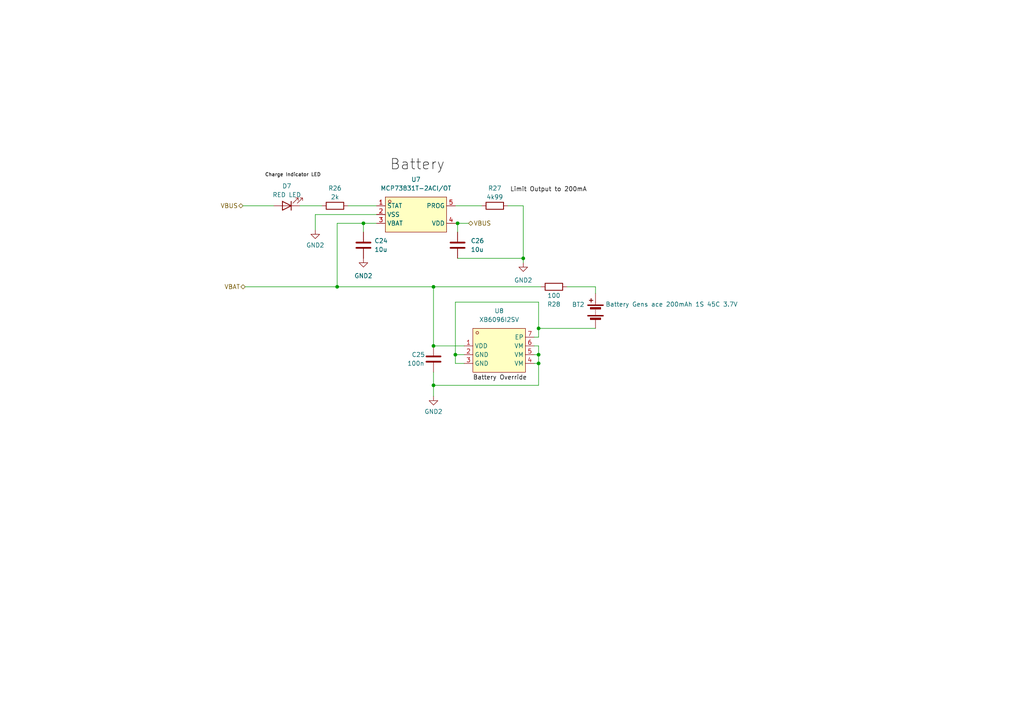
<source format=kicad_sch>
(kicad_sch (version 20231120) (generator "eeschema") (generator_version "8.0")
  (paper "A4")
  (title_block (title "BLEarrings V1") (date "2024-12-27") (rev "00.00") (company "DK"))
  (lib_symbols
    (symbol "Device:Battery" (pin_numbers hide) (pin_names (offset 0) hide)
      (property "Reference" "BT" (at 2.54 2.54 0))
      (property "Value" "Battery" (at 2.54 0 0))
      (symbol "Battery_0_1"
        (rectangle (start -2.286 -1.27) (end 2.286 -1.524) (fill (type outline)))
        (rectangle (start -2.286 1.778) (end 2.286 1.524) (fill (type outline)))
        (rectangle (start -1.524 -2.032) (end 1.524 -2.54) (fill (type outline)))
        (rectangle (start -1.524 1.016) (end 1.524 0.508) (fill (type outline)))
        (polyline (pts (xy 0 -1.016) (xy 0 -0.762)))
        (polyline (pts (xy 0 -0.508) (xy 0 -0.254)))
        (polyline (pts (xy 0 0) (xy 0 0.254)))
        (polyline (pts (xy 0 1.778) (xy 0 2.54)))
        (polyline (pts (xy 0.762 3.048) (xy 1.778 3.048)) (stroke (width 0.254)))
        (polyline (pts (xy 1.27 3.556) (xy 1.27 2.54)) (stroke (width 0.254)))
      )
      (symbol "Battery_1_1"
        (pin passive line (at 0 5.08 270) (length 2.54) (name "+") (number "1"))
        (pin passive line (at 0 -5.08 90) (length 2.54) (name "-") (number "2"))
      )
    )
    (symbol "Device:C" (pin_numbers hide) (pin_names (offset 0.254))
      (property "Reference" "C" (at 0.635 2.54 0))
      (property "Value" "C" (at 0.635 -2.54 0))
      (symbol "C_0_1"
        (polyline (pts (xy -2.032 -0.762) (xy 2.032 -0.762)) (stroke (width 0.508)))
        (polyline (pts (xy -2.032 0.762) (xy 2.032 0.762)) (stroke (width 0.508)))
      )
      (symbol "C_1_1"
        (pin passive line (at 0 3.81 270) (length 2.794) (name "~") (number "1"))
        (pin passive line (at 0 -3.81 90) (length 2.794) (name "~") (number "2"))
      )
    )
    (symbol "Device:LED" (pin_numbers hide) (pin_names (offset 1.016) hide)
      (property "Reference" "D" (at 0 2.54 0))
      (property "Value" "LED" (at 0 -2.54 0))
      (symbol "LED_0_1"
        (polyline (pts (xy -1.27 -1.27) (xy -1.27 1.27)) (stroke (width 0.254)))
        (polyline (pts (xy -1.27 0) (xy 1.27 0)))
        (polyline (pts (xy 1.27 -1.27) (xy 1.27 1.27) (xy -1.27 0) (xy 1.27 -1.27)) (stroke (width 0.254)))
        (polyline (pts (xy -3.048 -0.762) (xy -4.572 -2.286) (xy -3.81 -2.286) (xy -4.572 -2.286) (xy -4.572 -1.524)))
        (polyline (pts (xy -1.778 -0.762) (xy -3.302 -2.286) (xy -2.54 -2.286) (xy -3.302 -2.286) (xy -3.302 -1.524)))
      )
      (symbol "LED_1_1"
        (pin passive line (at -3.81 0 0) (length 2.54) (name "K") (number "1"))
        (pin passive line (at 3.81 0 180) (length 2.54) (name "A") (number "2"))
      )
    )
    (symbol "Device:R" (pin_numbers hide) (pin_names (offset 0))
      (property "Reference" "R" (at 2.032 0 90))
      (property "Value" "R" (at 0 0 90))
      (symbol "R_0_1"
        (rectangle (start -1.016 -2.54) (end 1.016 2.54) (stroke (width 0.254)))
      )
      (symbol "R_1_1"
        (pin passive line (at 0 3.81 270) (length 1.27) (name "~") (number "1"))
        (pin passive line (at 0 -3.81 90) (length 1.27) (name "~") (number "2"))
      )
    )
    (symbol "easyeda2kicad:MCP73831T-2ACI_OT"
      (property "Reference" "U" (at 0 7.62 0))
      (property "Value" "MCP73831T-2ACI/OT" (at 0 -7.62 0))
      (symbol "MCP73831T-2ACI_OT_0_1"
        (rectangle (start -8.89 5.08) (end 8.89 -5.08) (fill (type background)))
        (circle (center -7.62 3.81) (radius 0.38))
        (pin unspecified line (at -11.43 2.54 0) (length 2.54) (name "STAT") (number "1"))
        (pin unspecified line (at -11.43 0 0) (length 2.54) (name "VSS") (number "2"))
        (pin unspecified line (at -11.43 -2.54 0) (length 2.54) (name "VBAT") (number "3"))
        (pin unspecified line (at 11.43 -2.54 180) (length 2.54) (name "VDD") (number "4"))
        (pin unspecified line (at 11.43 2.54 180) (length 2.54) (name "PROG") (number "5"))
      )
    )
    (symbol "easyeda2kicad:XB6096I2SV"
      (property "Reference" "U" (at 0 10.16 0))
      (property "Value" "XB6096I2SV" (at 0 -7.62 0))
      (symbol "XB6096I2SV_0_1"
        (rectangle (start -7.62 7.62) (end 7.62 -5.08) (fill (type background)))
        (circle (center -6.35 6.35) (radius 0.38))
        (pin unspecified line (at -10.16 2.54 0) (length 2.54) (name "VDD") (number "1"))
        (pin unspecified line (at -10.16 0 0) (length 2.54) (name "GND") (number "2"))
        (pin unspecified line (at -10.16 -2.54 0) (length 2.54) (name "GND") (number "3"))
        (pin unspecified line (at 10.16 -2.54 180) (length 2.54) (name "VM") (number "4"))
        (pin unspecified line (at 10.16 0 180) (length 2.54) (name "VM") (number "5"))
        (pin unspecified line (at 10.16 2.54 180) (length 2.54) (name "VM") (number "6"))
        (pin unspecified line (at 10.16 5.08 180) (length 2.54) (name "EP") (number "7"))
      )
    )
    (symbol "power:GND2" (power) (pin_names (offset 0))
      (property "Value" "GND2" (at 0 -3.81 0))
      (symbol "GND2_0_1"
        (polyline (pts (xy 0 0) (xy 0 -1.27) (xy 1.27 -1.27) (xy 0 -2.54) (xy -1.27 -1.27) (xy 0 -1.27)))
      )
      (symbol "GND2_1_1"
        (pin power_in line (at 0 0 270) (length 0) hide (name "GND2") (number "1"))
      )
    )
  )
  (junction (at 125.73 111.76))
  (junction (at 125.73 83.185))
  (junction (at 132.715 64.77))
  (junction (at 132.08 102.87))
  (junction (at 125.73 100.33))
  (junction (at 151.765 74.93))
  (junction (at 156.21 102.87))
  (junction (at 97.79 83.185))
  (junction (at 105.41 64.77))
  (junction (at 156.21 105.41))
  (junction (at 156.21 95.25))
  (wire (pts (xy 156.21 95.25) (xy 156.21 97.79)))
  (wire (pts (xy 105.41 67.31) (xy 105.41 64.77)))
  (wire (pts (xy 156.21 100.33) (xy 154.94 100.33)))
  (wire (pts (xy 97.79 83.185) (xy 125.73 83.185)))
  (wire (pts (xy 132.08 59.69) (xy 139.7 59.69)))
  (wire (pts (xy 172.72 95.25) (xy 156.21 95.25)))
  (wire (pts (xy 91.44 62.23) (xy 109.22 62.23)))
  (wire (pts (xy 156.21 100.33) (xy 156.21 102.87)))
  (wire (pts (xy 70.485 59.69) (xy 79.375 59.69)))
  (wire (pts (xy 125.73 111.76) (xy 156.21 111.76)))
  (wire (pts (xy 156.21 102.87) (xy 156.21 105.41)))
  (wire (pts (xy 132.08 102.87) (xy 132.08 105.41)))
  (wire (pts (xy 97.79 64.77) (xy 105.41 64.77)))
  (wire (pts (xy 97.79 64.77) (xy 97.79 83.185)))
  (wire (pts (xy 125.73 107.95) (xy 125.73 111.76)))
  (wire (pts (xy 156.845 83.185) (xy 125.73 83.185)))
  (wire (pts (xy 151.765 59.69) (xy 147.32 59.69)))
  (wire (pts (xy 156.21 111.76) (xy 156.21 105.41)))
  (wire (pts (xy 156.21 102.87) (xy 154.94 102.87)))
  (wire (pts (xy 132.08 105.41) (xy 134.62 105.41)))
  (wire (pts (xy 125.73 111.76) (xy 125.73 114.935)))
  (wire (pts (xy 105.41 64.77) (xy 109.22 64.77)))
  (wire (pts (xy 156.21 105.41) (xy 154.94 105.41)))
  (wire (pts (xy 132.715 64.77) (xy 135.89 64.77)))
  (wire (pts (xy 132.715 74.93) (xy 151.765 74.93)))
  (wire (pts (xy 132.08 102.87) (xy 134.62 102.87)))
  (wire (pts (xy 151.765 59.69) (xy 151.765 74.93)))
  (wire (pts (xy 132.08 87.63) (xy 132.08 102.87)))
  (wire (pts (xy 91.44 66.675) (xy 91.44 62.23)))
  (wire (pts (xy 156.21 87.63) (xy 132.08 87.63)))
  (wire (pts (xy 172.72 85.09) (xy 172.72 83.185)))
  (wire (pts (xy 132.715 64.77) (xy 132.715 67.31)))
  (wire (pts (xy 156.21 87.63) (xy 156.21 95.25)))
  (wire (pts (xy 172.72 83.185) (xy 164.465 83.185)))
  (wire (pts (xy 125.73 83.185) (xy 125.73 100.33)))
  (wire (pts (xy 132.715 64.77) (xy 132.08 64.77)))
  (wire (pts (xy 86.995 59.69) (xy 93.345 59.69)))
  (wire (pts (xy 151.765 74.93) (xy 151.765 76.2)))
  (wire (pts (xy 156.21 97.79) (xy 154.94 97.79)))
  (wire (pts (xy 100.965 59.69) (xy 109.22 59.69)))
  (wire (pts (xy 71.12 83.185) (xy 97.79 83.185)))
  (wire (pts (xy 125.73 100.33) (xy 134.62 100.33)))
  (label "Battery Override" (at 137.16 110.49 0))
  (label "Battery" (at 113.03 50.165 0) (effects (font (size 3 3))))
  (label "Charge Indicator LED" (at 76.835 51.435 0) (effects (font (size 1 1))))
  (label "Limit Output to 200mA" (at 147.955 55.88 0))
  (hierarchical_label "VBUS" (shape bidirectional) (at 135.89 64.77 0))
  (hierarchical_label "VBAT" (shape bidirectional) (at 71.12 83.185 180))
  (hierarchical_label "VBUS" (shape bidirectional) (at 70.485 59.69 180))
  (symbol (lib_id "Device:LED") (at 83.185 59.69 180) (unit 1)
    (property "Reference" "D7" (at 83.185 53.975 0))
    (property "Value" "RED LED" (at 83.185 56.515 0))
    (property "Footprint" "LED_SMD:LED_0603_1608Metric_Pad1.05x0.95mm_HandSolder" (effects (hide yes)))
    (property "LCSC Part" "C389517 " (effects (hide yes)))
    (instances (project "Combine" (path "" (reference "D7") (unit 1))) (project "Dock" (path "" (reference "D1") (unit 1))) (project "BLEEarrings" (path "" (reference "D1") (unit 1))))
  )
  (symbol (lib_id "power:GND2") (at 125.73 114.935 0) (unit 1)
    (property "Reference" "#PWR021" (effects (hide yes)))
    (property "Value" "GND2" (at 125.73 119.38 0))
    (instances (project "Combine" (path "" (reference "#PWR021") (unit 1))) (project "Dock" (path "" (reference "#PWR05") (unit 1))) (project "BLEEarrings" (path "" (reference "#PWR?") (unit 1))))
  )
  (symbol (lib_id "Device:C") (at 125.73 104.14 0) (unit 1)
    (property "Reference" "C25" (at 119.38 102.87 0) (effects (justify left)))
    (property "Value" "100n" (at 118.11 105.41 0) (effects (justify left)))
    (property "Footprint" "Capacitor_SMD:C_0402_1005Metric_Pad0.74x0.62mm_HandSolder" (effects (hide yes)))
    (property "LCSC Part" "C60474" (effects (hide yes)))
    (instances (project "Combine" (path "" (reference "C25") (unit 1))) (project "Dock" (path "" (reference "C2") (unit 1))) (project "BLEEarrings" (path "" (reference "C18") (unit 1))))
  )
  (symbol (lib_id "power:GND2") (at 91.44 66.675 0) (unit 1)
    (property "Reference" "#PWR015" (effects (hide yes)))
    (property "Value" "GND2" (at 91.44 71.12 0))
    (instances (project "Combine" (path "" (reference "#PWR015") (unit 1))) (project "Dock" (path "" (reference "#PWR01") (unit 1))) (project "BLEEarrings" (path "" (reference "#PWR?") (unit 1))))
  )
  (symbol (lib_id "power:GND2") (at 151.765 76.2 0) (unit 1)
    (property "Reference" "#PWR022" (effects (hide yes)))
    (property "Value" "GND2" (at 151.765 81.28 0))
    (instances (project "Combine" (path "" (reference "#PWR022") (unit 1))) (project "Dock" (path "" (reference "#PWR04") (unit 1))) (project "BLEEarrings" (path "" (reference "#PWR?") (unit 1))))
  )
  (symbol (lib_id "power:GND2") (at 105.41 74.93 0) (unit 1)
    (property "Reference" "#PWR020" (effects (hide yes)))
    (property "Value" "GND2" (at 105.41 80.01 0))
    (instances (project "Combine" (path "" (reference "#PWR020") (unit 1))) (project "Dock" (path "" (reference "#PWR03") (unit 1))) (project "BLEEarrings" (path "" (reference "#PWR?") (unit 1))))
  )
  (symbol (lib_id "easyeda2kicad:MCP73831T-2ACI_OT") (at 120.65 62.23 0) (unit 1)
    (property "Reference" "U7" (at 120.65 52.07 0))
    (property "Value" "MCP73831T-2ACI/OT" (at 120.65 54.61 0))
    (property "Footprint" "easyeda2kicad:SOT-23-5_L3.0-W1.7-P0.95-LS2.8-BL" (effects (hide yes)))
    (property "Datasheet" "https://lcsc.com/product-detail/PMIC-Battery-Management_Microchip-Tech-MCP73831T-2ACI-OT_C424093.html" (effects (hide yes)))
    (property "LCSC Part" "C424093" (effects (hide yes)))
    (instances (project "Combine" (path "" (reference "U7") (unit 1))) (project "Dock" (path "" (reference "U1") (unit 1))) (project "BLEEarrings" (path "" (reference "U1") (unit 1))))
  )
  (symbol (lib_id "Device:C") (at 132.715 71.12 0) (unit 1)
    (property "Reference" "C26" (at 136.525 69.85 0) (effects (justify left)))
    (property "Value" "10u" (at 136.525 72.39 0) (effects (justify left)))
    (property "Footprint" "Capacitor_SMD:C_0402_1005Metric_Pad0.74x0.62mm_HandSolder" (effects (hide yes)))
    (property "LCSC Part" "C15525" (effects (hide yes)))
    (instances (project "Combine" (path "" (reference "C26") (unit 1))) (project "Dock" (path "" (reference "C3") (unit 1))) (project "BLEEarrings" (path "" (reference "C19") (unit 1))))
  )
  (symbol (lib_id "Device:R") (at 97.155 59.69 90) (unit 1)
    (property "Reference" "R26" (at 97.155 54.61 90))
    (property "Value" "2k" (at 97.155 57.15 90))
    (property "Footprint" "Resistor_SMD:R_0402_1005Metric_Pad0.72x0.64mm_HandSolder" (effects (hide yes)))
    (property "LCSC Part" "C60488" (effects (hide yes)))
    (instances (project "Combine" (path "" (reference "R26") (unit 1))) (project "Dock" (path "" (reference "R1") (unit 1))) (project "BLEEarrings" (path "" (reference "R1") (unit 1))))
  )
  (symbol (lib_id "easyeda2kicad:XB6096I2SV") (at 144.78 102.87 0) (unit 1)
    (property "Reference" "U8" (at 144.78 90.17 0))
    (property "Value" "XB6096I2SV" (at 144.78 92.71 0))
    (property "Footprint" "easyeda2kicad:WDFN-6_L2.0-W2.0-P0.65-BL-EP" (effects (hide yes)))
    (property "LCSC Part" "C2998744" (effects (hide yes)))
    (instances (project "Combine" (path "" (reference "U8") (unit 1))) (project "Dock" (path "" (reference "U2") (unit 1))) (project "BLEEarrings" (path "" (reference "U2") (unit 1))))
  )
  (symbol (lib_id "Device:R") (at 143.51 59.69 90) (unit 1)
    (property "Reference" "R27" (at 143.51 54.61 90))
    (property "Value" "4k99" (at 143.51 57.15 90))
    (property "Footprint" "Resistor_SMD:R_0402_1005Metric_Pad0.72x0.64mm_HandSolder" (effects (hide yes)))
    (property "LCSC Part" "C137965" (effects (hide yes)))
    (instances (project "Combine" (path "" (reference "R27") (unit 1))) (project "Dock" (path "" (reference "R3") (unit 1))) (project "BLEEarrings" (path "" (reference "R4") (unit 1))))
  )
  (symbol (lib_id "Device:R") (at 160.655 83.185 270) (unit 1)
    (property "Reference" "R28" (at 160.655 88.265 90))
    (property "Value" "100" (at 160.655 85.725 90))
    (property "Footprint" "Resistor_SMD:R_0402_1005Metric_Pad0.72x0.64mm_HandSolder" (effects (hide yes)))
    (property "LCSC Part" "C106233" (effects (hide yes)))
    (instances (project "Combine" (path "" (reference "R28") (unit 1))) (project "Dock" (path "" (reference "R2") (unit 1))) (project "BLEEarrings" (path "" (reference "R3") (unit 1))))
  )
  (symbol (lib_id "Device:Battery") (at 172.72 90.17 0) (mirror y) (unit 1)
    (property "Reference" "BT2" (at 169.545 88.3285 0) (effects (justify left)))
    (property "Value" "Battery Gens ace 200mAh 1S 45C 3.7V" (at 213.995 88.265 0) (effects (justify left)))
    (property "Footprint" "easyeda2kicad:CONN-TH_530480210" (effects (hide yes)))
    (property "LCSC Part" "C505099" (effects (hide yes)))
    (instances (project "Combine" (path "" (reference "BT2") (unit 1))) (project "BLEEarrings" (path "" (reference "BT1") (unit 1))))
  )
  (symbol (lib_id "Device:C") (at 105.41 71.12 0) (unit 1)
    (property "Reference" "C24" (at 108.585 69.85 0) (effects (justify left)))
    (property "Value" "10u" (at 108.585 72.39 0) (effects (justify left)))
    (property "Footprint" "Capacitor_SMD:C_0402_1005Metric_Pad0.74x0.62mm_HandSolder" (effects (hide yes)))
    (property "LCSC Part" "C15525" (effects (hide yes)))
    (instances (project "Combine" (path "" (reference "C24") (unit 1))) (project "Dock" (path "" (reference "C1") (unit 1))) (project "BLEEarrings" (path "" (reference "C13") (unit 1))))
  )
)
</source>
